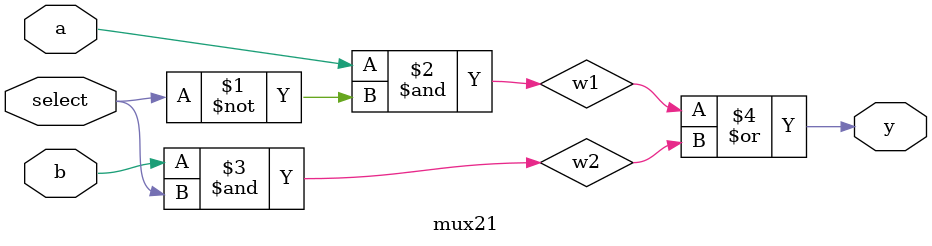
<source format=v>

module mux21 (a, b, select, y);

  input a, b, select;
  wire a, b, select;

  output y;
  wire y;

  wire w1, w2;

  assign w1=a&(~select);
  assign w2=b&(select);

  assign y=w1|w2;

endmodule

</source>
